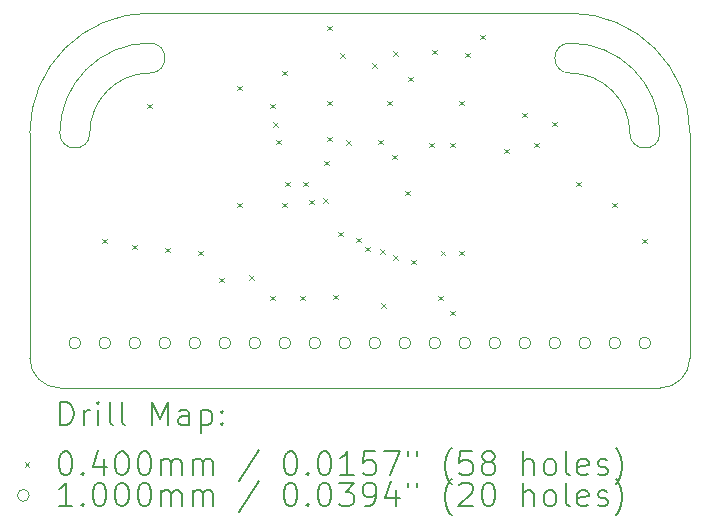
<source format=gbr>
%TF.GenerationSoftware,KiCad,Pcbnew,7.0.9*%
%TF.CreationDate,2023-12-24T17:35:53+01:00*%
%TF.ProjectId,Fusebit Doctor TQFP32 adapter,46757365-6269-4742-9044-6f63746f7220,V1.0*%
%TF.SameCoordinates,Original*%
%TF.FileFunction,Drillmap*%
%TF.FilePolarity,Positive*%
%FSLAX45Y45*%
G04 Gerber Fmt 4.5, Leading zero omitted, Abs format (unit mm)*
G04 Created by KiCad (PCBNEW 7.0.9) date 2023-12-24 17:35:53*
%MOMM*%
%LPD*%
G01*
G04 APERTURE LIST*
%ADD10C,0.100000*%
%ADD11C,0.200000*%
G04 APERTURE END LIST*
D10*
X2286000Y0D02*
G75*
G03*
X1778000Y508000I-508000J0D01*
G01*
X2540000Y0D02*
G75*
G03*
X1778000Y762000I-762000J0D01*
G01*
X1778000Y762000D02*
G75*
G03*
X1778000Y508000I0J-127000D01*
G01*
X2286000Y0D02*
G75*
G03*
X2540000Y0I127000J0D01*
G01*
X-2540000Y0D02*
G75*
G03*
X-2286000Y0I127000J0D01*
G01*
X-1778000Y508000D02*
G75*
G03*
X-1778000Y762000I0J127000D01*
G01*
X-1778000Y508000D02*
G75*
G03*
X-2286000Y0I0J-508000D01*
G01*
X-1778000Y762000D02*
G75*
G03*
X-2540000Y0I0J-762000D01*
G01*
X2794000Y0D02*
X2794000Y-1905000D01*
X2794000Y0D02*
G75*
G03*
X1778000Y1016000I-1016000J0D01*
G01*
X-2794000Y-1905000D02*
G75*
G03*
X-2540000Y-2159000I254000J0D01*
G01*
X2540000Y-2159000D02*
X-2540000Y-2159000D01*
X2540000Y-2159000D02*
G75*
G03*
X2794000Y-1905000I0J254000D01*
G01*
X-1778000Y1016000D02*
X1778000Y1016000D01*
X-2794000Y-1905000D02*
X-2794000Y0D01*
X-1778000Y1016000D02*
G75*
G03*
X-2794000Y0I0J-1016000D01*
G01*
D11*
D10*
X-2179000Y-894400D02*
X-2139000Y-934400D01*
X-2139000Y-894400D02*
X-2179000Y-934400D01*
X-1925000Y-945200D02*
X-1885000Y-985200D01*
X-1885000Y-945200D02*
X-1925000Y-985200D01*
X-1798000Y248600D02*
X-1758000Y208600D01*
X-1758000Y248600D02*
X-1798000Y208600D01*
X-1645600Y-970600D02*
X-1605600Y-1010600D01*
X-1605600Y-970600D02*
X-1645600Y-1010600D01*
X-1366200Y-996000D02*
X-1326200Y-1036000D01*
X-1326200Y-996000D02*
X-1366200Y-1036000D01*
X-1188400Y-1224600D02*
X-1148400Y-1264600D01*
X-1148400Y-1224600D02*
X-1188400Y-1264600D01*
X-1036000Y401000D02*
X-996000Y361000D01*
X-996000Y401000D02*
X-1036000Y361000D01*
X-1036000Y-589600D02*
X-996000Y-629600D01*
X-996000Y-589600D02*
X-1036000Y-629600D01*
X-934400Y-1202000D02*
X-894400Y-1242000D01*
X-894400Y-1202000D02*
X-934400Y-1242000D01*
X-756600Y248600D02*
X-716600Y208600D01*
X-716600Y248600D02*
X-756600Y208600D01*
X-756600Y-1377000D02*
X-716600Y-1417000D01*
X-716600Y-1377000D02*
X-756600Y-1417000D01*
X-733311Y89864D02*
X-693312Y49864D01*
X-693312Y89864D02*
X-733311Y49864D01*
X-705800Y-56200D02*
X-665800Y-96200D01*
X-665800Y-56200D02*
X-705800Y-96200D01*
X-655000Y528000D02*
X-615000Y488000D01*
X-615000Y528000D02*
X-655000Y488000D01*
X-655000Y-589600D02*
X-615000Y-629600D01*
X-615000Y-589600D02*
X-655000Y-629600D01*
X-629600Y-411800D02*
X-589600Y-451800D01*
X-589600Y-411800D02*
X-629600Y-451800D01*
X-502600Y-1377000D02*
X-462600Y-1417000D01*
X-462600Y-1377000D02*
X-502600Y-1417000D01*
X-477200Y-411800D02*
X-437200Y-451800D01*
X-437200Y-411800D02*
X-477200Y-451800D01*
X-426400Y-564200D02*
X-386400Y-604200D01*
X-386400Y-564200D02*
X-426400Y-604200D01*
X-310118Y-553482D02*
X-270118Y-593482D01*
X-270118Y-553482D02*
X-310118Y-593482D01*
X-299400Y-234000D02*
X-259400Y-274000D01*
X-259400Y-234000D02*
X-299400Y-274000D01*
X-274000Y909000D02*
X-234000Y869000D01*
X-234000Y909000D02*
X-274000Y869000D01*
X-274000Y274000D02*
X-234000Y234000D01*
X-234000Y274000D02*
X-274000Y234000D01*
X-274000Y-30800D02*
X-234000Y-70800D01*
X-234000Y-30800D02*
X-274000Y-70800D01*
X-223200Y-1369219D02*
X-183200Y-1409219D01*
X-183200Y-1369219D02*
X-223200Y-1409219D01*
X-182221Y-833600D02*
X-142221Y-873600D01*
X-142221Y-833600D02*
X-182221Y-873600D01*
X-168829Y676829D02*
X-128829Y636829D01*
X-128829Y676829D02*
X-168829Y636829D01*
X-115250Y-62550D02*
X-75250Y-102550D01*
X-75250Y-62550D02*
X-115250Y-102550D01*
X-28479Y-885246D02*
X11520Y-925246D01*
X11520Y-885246D02*
X-28479Y-925246D01*
X43597Y-961600D02*
X83597Y-1001600D01*
X83597Y-961600D02*
X43597Y-1001600D01*
X107000Y591204D02*
X147000Y551204D01*
X147000Y591204D02*
X107000Y551204D01*
X157800Y-56200D02*
X197800Y-96200D01*
X197800Y-56200D02*
X157800Y-96200D01*
X172400Y-981346D02*
X212400Y-1021346D01*
X212400Y-981346D02*
X172400Y-1021346D01*
X183200Y-1442400D02*
X223200Y-1482400D01*
X223200Y-1442400D02*
X183200Y-1482400D01*
X234000Y274000D02*
X274000Y234000D01*
X274000Y274000D02*
X234000Y234000D01*
X272100Y-183200D02*
X312100Y-223200D01*
X312100Y-183200D02*
X272100Y-223200D01*
X284800Y695000D02*
X324800Y655000D01*
X324800Y695000D02*
X284800Y655000D01*
X284800Y-1035000D02*
X324800Y-1075000D01*
X324800Y-1035000D02*
X284800Y-1075000D01*
X386400Y-488000D02*
X426400Y-528000D01*
X426400Y-488000D02*
X386400Y-528000D01*
X411800Y477200D02*
X451800Y437200D01*
X451800Y477200D02*
X411800Y437200D01*
X437200Y-1072200D02*
X477200Y-1112200D01*
X477200Y-1072200D02*
X437200Y-1112200D01*
X589600Y-81600D02*
X629600Y-121600D01*
X629600Y-81600D02*
X589600Y-121600D01*
X615000Y705800D02*
X655000Y665800D01*
X655000Y705800D02*
X615000Y665800D01*
X665799Y-1377000D02*
X705799Y-1417000D01*
X705799Y-1377000D02*
X665799Y-1417000D01*
X684865Y-996000D02*
X724864Y-1036000D01*
X724864Y-996000D02*
X684865Y-1036000D01*
X767400Y-81600D02*
X807400Y-121600D01*
X807400Y-81600D02*
X767400Y-121600D01*
X767400Y-1504000D02*
X807400Y-1544000D01*
X807400Y-1504000D02*
X767400Y-1544000D01*
X843600Y274000D02*
X883600Y234000D01*
X883600Y274000D02*
X843600Y234000D01*
X843600Y-996000D02*
X883600Y-1036000D01*
X883600Y-996000D02*
X843600Y-1036000D01*
X894400Y680400D02*
X934400Y640400D01*
X934400Y680400D02*
X894400Y640400D01*
X1021400Y832800D02*
X1061400Y792800D01*
X1061400Y832800D02*
X1021400Y792800D01*
X1224600Y-132400D02*
X1264600Y-172400D01*
X1264600Y-132400D02*
X1224600Y-172400D01*
X1377000Y172400D02*
X1417000Y132400D01*
X1417000Y172400D02*
X1377000Y132400D01*
X1478600Y-81600D02*
X1518600Y-121600D01*
X1518600Y-81600D02*
X1478600Y-121600D01*
X1631000Y96200D02*
X1671000Y56200D01*
X1671000Y96200D02*
X1631000Y56200D01*
X1834200Y-411800D02*
X1874200Y-451800D01*
X1874200Y-411800D02*
X1834200Y-451800D01*
X2139000Y-589600D02*
X2179000Y-629600D01*
X2179000Y-589600D02*
X2139000Y-629600D01*
X2393000Y-894401D02*
X2433000Y-934401D01*
X2433000Y-894401D02*
X2393000Y-934401D01*
X-2363000Y-1778000D02*
G75*
G03*
X-2363000Y-1778000I-50000J0D01*
G01*
X-2109000Y-1778000D02*
G75*
G03*
X-2109000Y-1778000I-50000J0D01*
G01*
X-1855000Y-1778000D02*
G75*
G03*
X-1855000Y-1778000I-50000J0D01*
G01*
X-1601000Y-1778000D02*
G75*
G03*
X-1601000Y-1778000I-50000J0D01*
G01*
X-1347000Y-1778000D02*
G75*
G03*
X-1347000Y-1778000I-50000J0D01*
G01*
X-1093000Y-1778000D02*
G75*
G03*
X-1093000Y-1778000I-50000J0D01*
G01*
X-839000Y-1778000D02*
G75*
G03*
X-839000Y-1778000I-50000J0D01*
G01*
X-585000Y-1778000D02*
G75*
G03*
X-585000Y-1778000I-50000J0D01*
G01*
X-331000Y-1778000D02*
G75*
G03*
X-331000Y-1778000I-50000J0D01*
G01*
X-77000Y-1778000D02*
G75*
G03*
X-77000Y-1778000I-50000J0D01*
G01*
X177000Y-1778000D02*
G75*
G03*
X177000Y-1778000I-50000J0D01*
G01*
X431000Y-1778000D02*
G75*
G03*
X431000Y-1778000I-50000J0D01*
G01*
X685000Y-1778000D02*
G75*
G03*
X685000Y-1778000I-50000J0D01*
G01*
X939000Y-1778000D02*
G75*
G03*
X939000Y-1778000I-50000J0D01*
G01*
X1193000Y-1778000D02*
G75*
G03*
X1193000Y-1778000I-50000J0D01*
G01*
X1447000Y-1778000D02*
G75*
G03*
X1447000Y-1778000I-50000J0D01*
G01*
X1701000Y-1778000D02*
G75*
G03*
X1701000Y-1778000I-50000J0D01*
G01*
X1955000Y-1778000D02*
G75*
G03*
X1955000Y-1778000I-50000J0D01*
G01*
X2209000Y-1778000D02*
G75*
G03*
X2209000Y-1778000I-50000J0D01*
G01*
X2463000Y-1778000D02*
G75*
G03*
X2463000Y-1778000I-50000J0D01*
G01*
D11*
X-2538223Y-2475484D02*
X-2538223Y-2275484D01*
X-2538223Y-2275484D02*
X-2490604Y-2275484D01*
X-2490604Y-2275484D02*
X-2462033Y-2285008D01*
X-2462033Y-2285008D02*
X-2442985Y-2304055D01*
X-2442985Y-2304055D02*
X-2433461Y-2323103D01*
X-2433461Y-2323103D02*
X-2423937Y-2361198D01*
X-2423937Y-2361198D02*
X-2423937Y-2389770D01*
X-2423937Y-2389770D02*
X-2433461Y-2427865D01*
X-2433461Y-2427865D02*
X-2442985Y-2446912D01*
X-2442985Y-2446912D02*
X-2462033Y-2465960D01*
X-2462033Y-2465960D02*
X-2490604Y-2475484D01*
X-2490604Y-2475484D02*
X-2538223Y-2475484D01*
X-2338223Y-2475484D02*
X-2338223Y-2342150D01*
X-2338223Y-2380246D02*
X-2328699Y-2361198D01*
X-2328699Y-2361198D02*
X-2319176Y-2351674D01*
X-2319176Y-2351674D02*
X-2300128Y-2342150D01*
X-2300128Y-2342150D02*
X-2281080Y-2342150D01*
X-2214414Y-2475484D02*
X-2214414Y-2342150D01*
X-2214414Y-2275484D02*
X-2223937Y-2285008D01*
X-2223937Y-2285008D02*
X-2214414Y-2294531D01*
X-2214414Y-2294531D02*
X-2204890Y-2285008D01*
X-2204890Y-2285008D02*
X-2214414Y-2275484D01*
X-2214414Y-2275484D02*
X-2214414Y-2294531D01*
X-2090604Y-2475484D02*
X-2109652Y-2465960D01*
X-2109652Y-2465960D02*
X-2119176Y-2446912D01*
X-2119176Y-2446912D02*
X-2119176Y-2275484D01*
X-1985842Y-2475484D02*
X-2004890Y-2465960D01*
X-2004890Y-2465960D02*
X-2014414Y-2446912D01*
X-2014414Y-2446912D02*
X-2014414Y-2275484D01*
X-1757271Y-2475484D02*
X-1757271Y-2275484D01*
X-1757271Y-2275484D02*
X-1690604Y-2418341D01*
X-1690604Y-2418341D02*
X-1623937Y-2275484D01*
X-1623937Y-2275484D02*
X-1623937Y-2475484D01*
X-1442985Y-2475484D02*
X-1442985Y-2370722D01*
X-1442985Y-2370722D02*
X-1452509Y-2351674D01*
X-1452509Y-2351674D02*
X-1471556Y-2342150D01*
X-1471556Y-2342150D02*
X-1509652Y-2342150D01*
X-1509652Y-2342150D02*
X-1528699Y-2351674D01*
X-1442985Y-2465960D02*
X-1462033Y-2475484D01*
X-1462033Y-2475484D02*
X-1509652Y-2475484D01*
X-1509652Y-2475484D02*
X-1528699Y-2465960D01*
X-1528699Y-2465960D02*
X-1538223Y-2446912D01*
X-1538223Y-2446912D02*
X-1538223Y-2427865D01*
X-1538223Y-2427865D02*
X-1528699Y-2408817D01*
X-1528699Y-2408817D02*
X-1509652Y-2399293D01*
X-1509652Y-2399293D02*
X-1462033Y-2399293D01*
X-1462033Y-2399293D02*
X-1442985Y-2389770D01*
X-1347747Y-2342150D02*
X-1347747Y-2542150D01*
X-1347747Y-2351674D02*
X-1328699Y-2342150D01*
X-1328699Y-2342150D02*
X-1290604Y-2342150D01*
X-1290604Y-2342150D02*
X-1271556Y-2351674D01*
X-1271556Y-2351674D02*
X-1262033Y-2361198D01*
X-1262033Y-2361198D02*
X-1252509Y-2380246D01*
X-1252509Y-2380246D02*
X-1252509Y-2437389D01*
X-1252509Y-2437389D02*
X-1262033Y-2456436D01*
X-1262033Y-2456436D02*
X-1271556Y-2465960D01*
X-1271556Y-2465960D02*
X-1290604Y-2475484D01*
X-1290604Y-2475484D02*
X-1328699Y-2475484D01*
X-1328699Y-2475484D02*
X-1347747Y-2465960D01*
X-1166795Y-2456436D02*
X-1157271Y-2465960D01*
X-1157271Y-2465960D02*
X-1166795Y-2475484D01*
X-1166795Y-2475484D02*
X-1176318Y-2465960D01*
X-1176318Y-2465960D02*
X-1166795Y-2456436D01*
X-1166795Y-2456436D02*
X-1166795Y-2475484D01*
X-1166795Y-2351674D02*
X-1157271Y-2361198D01*
X-1157271Y-2361198D02*
X-1166795Y-2370722D01*
X-1166795Y-2370722D02*
X-1176318Y-2361198D01*
X-1176318Y-2361198D02*
X-1166795Y-2351674D01*
X-1166795Y-2351674D02*
X-1166795Y-2370722D01*
D10*
X-2839000Y-2784000D02*
X-2799000Y-2824000D01*
X-2799000Y-2784000D02*
X-2839000Y-2824000D01*
D11*
X-2500128Y-2695484D02*
X-2481080Y-2695484D01*
X-2481080Y-2695484D02*
X-2462033Y-2705008D01*
X-2462033Y-2705008D02*
X-2452509Y-2714531D01*
X-2452509Y-2714531D02*
X-2442985Y-2733579D01*
X-2442985Y-2733579D02*
X-2433461Y-2771674D01*
X-2433461Y-2771674D02*
X-2433461Y-2819293D01*
X-2433461Y-2819293D02*
X-2442985Y-2857388D01*
X-2442985Y-2857388D02*
X-2452509Y-2876436D01*
X-2452509Y-2876436D02*
X-2462033Y-2885960D01*
X-2462033Y-2885960D02*
X-2481080Y-2895484D01*
X-2481080Y-2895484D02*
X-2500128Y-2895484D01*
X-2500128Y-2895484D02*
X-2519176Y-2885960D01*
X-2519176Y-2885960D02*
X-2528699Y-2876436D01*
X-2528699Y-2876436D02*
X-2538223Y-2857388D01*
X-2538223Y-2857388D02*
X-2547747Y-2819293D01*
X-2547747Y-2819293D02*
X-2547747Y-2771674D01*
X-2547747Y-2771674D02*
X-2538223Y-2733579D01*
X-2538223Y-2733579D02*
X-2528699Y-2714531D01*
X-2528699Y-2714531D02*
X-2519176Y-2705008D01*
X-2519176Y-2705008D02*
X-2500128Y-2695484D01*
X-2347747Y-2876436D02*
X-2338223Y-2885960D01*
X-2338223Y-2885960D02*
X-2347747Y-2895484D01*
X-2347747Y-2895484D02*
X-2357271Y-2885960D01*
X-2357271Y-2885960D02*
X-2347747Y-2876436D01*
X-2347747Y-2876436D02*
X-2347747Y-2895484D01*
X-2166795Y-2762150D02*
X-2166795Y-2895484D01*
X-2214414Y-2685960D02*
X-2262033Y-2828817D01*
X-2262033Y-2828817D02*
X-2138223Y-2828817D01*
X-2023937Y-2695484D02*
X-2004890Y-2695484D01*
X-2004890Y-2695484D02*
X-1985842Y-2705008D01*
X-1985842Y-2705008D02*
X-1976318Y-2714531D01*
X-1976318Y-2714531D02*
X-1966794Y-2733579D01*
X-1966794Y-2733579D02*
X-1957271Y-2771674D01*
X-1957271Y-2771674D02*
X-1957271Y-2819293D01*
X-1957271Y-2819293D02*
X-1966794Y-2857388D01*
X-1966794Y-2857388D02*
X-1976318Y-2876436D01*
X-1976318Y-2876436D02*
X-1985842Y-2885960D01*
X-1985842Y-2885960D02*
X-2004890Y-2895484D01*
X-2004890Y-2895484D02*
X-2023937Y-2895484D01*
X-2023937Y-2895484D02*
X-2042985Y-2885960D01*
X-2042985Y-2885960D02*
X-2052509Y-2876436D01*
X-2052509Y-2876436D02*
X-2062033Y-2857388D01*
X-2062033Y-2857388D02*
X-2071556Y-2819293D01*
X-2071556Y-2819293D02*
X-2071556Y-2771674D01*
X-2071556Y-2771674D02*
X-2062033Y-2733579D01*
X-2062033Y-2733579D02*
X-2052509Y-2714531D01*
X-2052509Y-2714531D02*
X-2042985Y-2705008D01*
X-2042985Y-2705008D02*
X-2023937Y-2695484D01*
X-1833461Y-2695484D02*
X-1814413Y-2695484D01*
X-1814413Y-2695484D02*
X-1795366Y-2705008D01*
X-1795366Y-2705008D02*
X-1785842Y-2714531D01*
X-1785842Y-2714531D02*
X-1776318Y-2733579D01*
X-1776318Y-2733579D02*
X-1766794Y-2771674D01*
X-1766794Y-2771674D02*
X-1766794Y-2819293D01*
X-1766794Y-2819293D02*
X-1776318Y-2857388D01*
X-1776318Y-2857388D02*
X-1785842Y-2876436D01*
X-1785842Y-2876436D02*
X-1795366Y-2885960D01*
X-1795366Y-2885960D02*
X-1814413Y-2895484D01*
X-1814413Y-2895484D02*
X-1833461Y-2895484D01*
X-1833461Y-2895484D02*
X-1852509Y-2885960D01*
X-1852509Y-2885960D02*
X-1862033Y-2876436D01*
X-1862033Y-2876436D02*
X-1871556Y-2857388D01*
X-1871556Y-2857388D02*
X-1881080Y-2819293D01*
X-1881080Y-2819293D02*
X-1881080Y-2771674D01*
X-1881080Y-2771674D02*
X-1871556Y-2733579D01*
X-1871556Y-2733579D02*
X-1862033Y-2714531D01*
X-1862033Y-2714531D02*
X-1852509Y-2705008D01*
X-1852509Y-2705008D02*
X-1833461Y-2695484D01*
X-1681080Y-2895484D02*
X-1681080Y-2762150D01*
X-1681080Y-2781198D02*
X-1671556Y-2771674D01*
X-1671556Y-2771674D02*
X-1652509Y-2762150D01*
X-1652509Y-2762150D02*
X-1623937Y-2762150D01*
X-1623937Y-2762150D02*
X-1604890Y-2771674D01*
X-1604890Y-2771674D02*
X-1595366Y-2790722D01*
X-1595366Y-2790722D02*
X-1595366Y-2895484D01*
X-1595366Y-2790722D02*
X-1585842Y-2771674D01*
X-1585842Y-2771674D02*
X-1566794Y-2762150D01*
X-1566794Y-2762150D02*
X-1538223Y-2762150D01*
X-1538223Y-2762150D02*
X-1519175Y-2771674D01*
X-1519175Y-2771674D02*
X-1509652Y-2790722D01*
X-1509652Y-2790722D02*
X-1509652Y-2895484D01*
X-1414413Y-2895484D02*
X-1414413Y-2762150D01*
X-1414413Y-2781198D02*
X-1404890Y-2771674D01*
X-1404890Y-2771674D02*
X-1385842Y-2762150D01*
X-1385842Y-2762150D02*
X-1357271Y-2762150D01*
X-1357271Y-2762150D02*
X-1338223Y-2771674D01*
X-1338223Y-2771674D02*
X-1328699Y-2790722D01*
X-1328699Y-2790722D02*
X-1328699Y-2895484D01*
X-1328699Y-2790722D02*
X-1319175Y-2771674D01*
X-1319175Y-2771674D02*
X-1300128Y-2762150D01*
X-1300128Y-2762150D02*
X-1271556Y-2762150D01*
X-1271556Y-2762150D02*
X-1252509Y-2771674D01*
X-1252509Y-2771674D02*
X-1242985Y-2790722D01*
X-1242985Y-2790722D02*
X-1242985Y-2895484D01*
X-852509Y-2685960D02*
X-1023937Y-2943103D01*
X-595366Y-2695484D02*
X-576318Y-2695484D01*
X-576318Y-2695484D02*
X-557271Y-2705008D01*
X-557271Y-2705008D02*
X-547747Y-2714531D01*
X-547747Y-2714531D02*
X-538223Y-2733579D01*
X-538223Y-2733579D02*
X-528699Y-2771674D01*
X-528699Y-2771674D02*
X-528699Y-2819293D01*
X-528699Y-2819293D02*
X-538223Y-2857388D01*
X-538223Y-2857388D02*
X-547747Y-2876436D01*
X-547747Y-2876436D02*
X-557271Y-2885960D01*
X-557271Y-2885960D02*
X-576318Y-2895484D01*
X-576318Y-2895484D02*
X-595366Y-2895484D01*
X-595366Y-2895484D02*
X-614413Y-2885960D01*
X-614413Y-2885960D02*
X-623937Y-2876436D01*
X-623937Y-2876436D02*
X-633461Y-2857388D01*
X-633461Y-2857388D02*
X-642985Y-2819293D01*
X-642985Y-2819293D02*
X-642985Y-2771674D01*
X-642985Y-2771674D02*
X-633461Y-2733579D01*
X-633461Y-2733579D02*
X-623937Y-2714531D01*
X-623937Y-2714531D02*
X-614413Y-2705008D01*
X-614413Y-2705008D02*
X-595366Y-2695484D01*
X-442985Y-2876436D02*
X-433461Y-2885960D01*
X-433461Y-2885960D02*
X-442985Y-2895484D01*
X-442985Y-2895484D02*
X-452509Y-2885960D01*
X-452509Y-2885960D02*
X-442985Y-2876436D01*
X-442985Y-2876436D02*
X-442985Y-2895484D01*
X-309652Y-2695484D02*
X-290604Y-2695484D01*
X-290604Y-2695484D02*
X-271556Y-2705008D01*
X-271556Y-2705008D02*
X-262032Y-2714531D01*
X-262032Y-2714531D02*
X-252509Y-2733579D01*
X-252509Y-2733579D02*
X-242985Y-2771674D01*
X-242985Y-2771674D02*
X-242985Y-2819293D01*
X-242985Y-2819293D02*
X-252509Y-2857388D01*
X-252509Y-2857388D02*
X-262032Y-2876436D01*
X-262032Y-2876436D02*
X-271556Y-2885960D01*
X-271556Y-2885960D02*
X-290604Y-2895484D01*
X-290604Y-2895484D02*
X-309652Y-2895484D01*
X-309652Y-2895484D02*
X-328699Y-2885960D01*
X-328699Y-2885960D02*
X-338223Y-2876436D01*
X-338223Y-2876436D02*
X-347747Y-2857388D01*
X-347747Y-2857388D02*
X-357270Y-2819293D01*
X-357270Y-2819293D02*
X-357270Y-2771674D01*
X-357270Y-2771674D02*
X-347747Y-2733579D01*
X-347747Y-2733579D02*
X-338223Y-2714531D01*
X-338223Y-2714531D02*
X-328699Y-2705008D01*
X-328699Y-2705008D02*
X-309652Y-2695484D01*
X-52509Y-2895484D02*
X-166794Y-2895484D01*
X-109651Y-2895484D02*
X-109651Y-2695484D01*
X-109651Y-2695484D02*
X-128699Y-2724055D01*
X-128699Y-2724055D02*
X-147747Y-2743103D01*
X-147747Y-2743103D02*
X-166794Y-2752627D01*
X128444Y-2695484D02*
X33206Y-2695484D01*
X33206Y-2695484D02*
X23682Y-2790722D01*
X23682Y-2790722D02*
X33206Y-2781198D01*
X33206Y-2781198D02*
X52253Y-2771674D01*
X52253Y-2771674D02*
X99872Y-2771674D01*
X99872Y-2771674D02*
X118920Y-2781198D01*
X118920Y-2781198D02*
X128444Y-2790722D01*
X128444Y-2790722D02*
X137968Y-2809769D01*
X137968Y-2809769D02*
X137968Y-2857388D01*
X137968Y-2857388D02*
X128444Y-2876436D01*
X128444Y-2876436D02*
X118920Y-2885960D01*
X118920Y-2885960D02*
X99872Y-2895484D01*
X99872Y-2895484D02*
X52253Y-2895484D01*
X52253Y-2895484D02*
X33206Y-2885960D01*
X33206Y-2885960D02*
X23682Y-2876436D01*
X204634Y-2695484D02*
X337968Y-2695484D01*
X337968Y-2695484D02*
X252253Y-2895484D01*
X404634Y-2695484D02*
X404634Y-2733579D01*
X480825Y-2695484D02*
X480825Y-2733579D01*
X776063Y-2971674D02*
X766539Y-2962150D01*
X766539Y-2962150D02*
X747491Y-2933579D01*
X747491Y-2933579D02*
X737968Y-2914531D01*
X737968Y-2914531D02*
X728444Y-2885960D01*
X728444Y-2885960D02*
X718920Y-2838341D01*
X718920Y-2838341D02*
X718920Y-2800246D01*
X718920Y-2800246D02*
X728444Y-2752627D01*
X728444Y-2752627D02*
X737968Y-2724055D01*
X737968Y-2724055D02*
X747491Y-2705008D01*
X747491Y-2705008D02*
X766539Y-2676436D01*
X766539Y-2676436D02*
X776063Y-2666912D01*
X947491Y-2695484D02*
X852253Y-2695484D01*
X852253Y-2695484D02*
X842729Y-2790722D01*
X842729Y-2790722D02*
X852253Y-2781198D01*
X852253Y-2781198D02*
X871301Y-2771674D01*
X871301Y-2771674D02*
X918920Y-2771674D01*
X918920Y-2771674D02*
X937968Y-2781198D01*
X937968Y-2781198D02*
X947491Y-2790722D01*
X947491Y-2790722D02*
X957015Y-2809769D01*
X957015Y-2809769D02*
X957015Y-2857388D01*
X957015Y-2857388D02*
X947491Y-2876436D01*
X947491Y-2876436D02*
X937968Y-2885960D01*
X937968Y-2885960D02*
X918920Y-2895484D01*
X918920Y-2895484D02*
X871301Y-2895484D01*
X871301Y-2895484D02*
X852253Y-2885960D01*
X852253Y-2885960D02*
X842729Y-2876436D01*
X1071301Y-2781198D02*
X1052253Y-2771674D01*
X1052253Y-2771674D02*
X1042729Y-2762150D01*
X1042729Y-2762150D02*
X1033206Y-2743103D01*
X1033206Y-2743103D02*
X1033206Y-2733579D01*
X1033206Y-2733579D02*
X1042729Y-2714531D01*
X1042729Y-2714531D02*
X1052253Y-2705008D01*
X1052253Y-2705008D02*
X1071301Y-2695484D01*
X1071301Y-2695484D02*
X1109396Y-2695484D01*
X1109396Y-2695484D02*
X1128444Y-2705008D01*
X1128444Y-2705008D02*
X1137968Y-2714531D01*
X1137968Y-2714531D02*
X1147491Y-2733579D01*
X1147491Y-2733579D02*
X1147491Y-2743103D01*
X1147491Y-2743103D02*
X1137968Y-2762150D01*
X1137968Y-2762150D02*
X1128444Y-2771674D01*
X1128444Y-2771674D02*
X1109396Y-2781198D01*
X1109396Y-2781198D02*
X1071301Y-2781198D01*
X1071301Y-2781198D02*
X1052253Y-2790722D01*
X1052253Y-2790722D02*
X1042729Y-2800246D01*
X1042729Y-2800246D02*
X1033206Y-2819293D01*
X1033206Y-2819293D02*
X1033206Y-2857388D01*
X1033206Y-2857388D02*
X1042729Y-2876436D01*
X1042729Y-2876436D02*
X1052253Y-2885960D01*
X1052253Y-2885960D02*
X1071301Y-2895484D01*
X1071301Y-2895484D02*
X1109396Y-2895484D01*
X1109396Y-2895484D02*
X1128444Y-2885960D01*
X1128444Y-2885960D02*
X1137968Y-2876436D01*
X1137968Y-2876436D02*
X1147491Y-2857388D01*
X1147491Y-2857388D02*
X1147491Y-2819293D01*
X1147491Y-2819293D02*
X1137968Y-2800246D01*
X1137968Y-2800246D02*
X1128444Y-2790722D01*
X1128444Y-2790722D02*
X1109396Y-2781198D01*
X1385587Y-2895484D02*
X1385587Y-2695484D01*
X1471301Y-2895484D02*
X1471301Y-2790722D01*
X1471301Y-2790722D02*
X1461777Y-2771674D01*
X1461777Y-2771674D02*
X1442730Y-2762150D01*
X1442730Y-2762150D02*
X1414158Y-2762150D01*
X1414158Y-2762150D02*
X1395111Y-2771674D01*
X1395111Y-2771674D02*
X1385587Y-2781198D01*
X1595110Y-2895484D02*
X1576063Y-2885960D01*
X1576063Y-2885960D02*
X1566539Y-2876436D01*
X1566539Y-2876436D02*
X1557015Y-2857388D01*
X1557015Y-2857388D02*
X1557015Y-2800246D01*
X1557015Y-2800246D02*
X1566539Y-2781198D01*
X1566539Y-2781198D02*
X1576063Y-2771674D01*
X1576063Y-2771674D02*
X1595110Y-2762150D01*
X1595110Y-2762150D02*
X1623682Y-2762150D01*
X1623682Y-2762150D02*
X1642730Y-2771674D01*
X1642730Y-2771674D02*
X1652253Y-2781198D01*
X1652253Y-2781198D02*
X1661777Y-2800246D01*
X1661777Y-2800246D02*
X1661777Y-2857388D01*
X1661777Y-2857388D02*
X1652253Y-2876436D01*
X1652253Y-2876436D02*
X1642730Y-2885960D01*
X1642730Y-2885960D02*
X1623682Y-2895484D01*
X1623682Y-2895484D02*
X1595110Y-2895484D01*
X1776063Y-2895484D02*
X1757015Y-2885960D01*
X1757015Y-2885960D02*
X1747491Y-2866912D01*
X1747491Y-2866912D02*
X1747491Y-2695484D01*
X1928444Y-2885960D02*
X1909396Y-2895484D01*
X1909396Y-2895484D02*
X1871301Y-2895484D01*
X1871301Y-2895484D02*
X1852253Y-2885960D01*
X1852253Y-2885960D02*
X1842730Y-2866912D01*
X1842730Y-2866912D02*
X1842730Y-2790722D01*
X1842730Y-2790722D02*
X1852253Y-2771674D01*
X1852253Y-2771674D02*
X1871301Y-2762150D01*
X1871301Y-2762150D02*
X1909396Y-2762150D01*
X1909396Y-2762150D02*
X1928444Y-2771674D01*
X1928444Y-2771674D02*
X1937968Y-2790722D01*
X1937968Y-2790722D02*
X1937968Y-2809769D01*
X1937968Y-2809769D02*
X1842730Y-2828817D01*
X2014158Y-2885960D02*
X2033206Y-2895484D01*
X2033206Y-2895484D02*
X2071301Y-2895484D01*
X2071301Y-2895484D02*
X2090349Y-2885960D01*
X2090349Y-2885960D02*
X2099873Y-2866912D01*
X2099873Y-2866912D02*
X2099873Y-2857388D01*
X2099873Y-2857388D02*
X2090349Y-2838341D01*
X2090349Y-2838341D02*
X2071301Y-2828817D01*
X2071301Y-2828817D02*
X2042730Y-2828817D01*
X2042730Y-2828817D02*
X2023682Y-2819293D01*
X2023682Y-2819293D02*
X2014158Y-2800246D01*
X2014158Y-2800246D02*
X2014158Y-2790722D01*
X2014158Y-2790722D02*
X2023682Y-2771674D01*
X2023682Y-2771674D02*
X2042730Y-2762150D01*
X2042730Y-2762150D02*
X2071301Y-2762150D01*
X2071301Y-2762150D02*
X2090349Y-2771674D01*
X2166539Y-2971674D02*
X2176063Y-2962150D01*
X2176063Y-2962150D02*
X2195111Y-2933579D01*
X2195111Y-2933579D02*
X2204634Y-2914531D01*
X2204634Y-2914531D02*
X2214158Y-2885960D01*
X2214158Y-2885960D02*
X2223682Y-2838341D01*
X2223682Y-2838341D02*
X2223682Y-2800246D01*
X2223682Y-2800246D02*
X2214158Y-2752627D01*
X2214158Y-2752627D02*
X2204634Y-2724055D01*
X2204634Y-2724055D02*
X2195111Y-2705008D01*
X2195111Y-2705008D02*
X2176063Y-2676436D01*
X2176063Y-2676436D02*
X2166539Y-2666912D01*
D10*
X-2799000Y-3068000D02*
G75*
G03*
X-2799000Y-3068000I-50000J0D01*
G01*
D11*
X-2433461Y-3159484D02*
X-2547747Y-3159484D01*
X-2490604Y-3159484D02*
X-2490604Y-2959484D01*
X-2490604Y-2959484D02*
X-2509652Y-2988055D01*
X-2509652Y-2988055D02*
X-2528699Y-3007103D01*
X-2528699Y-3007103D02*
X-2547747Y-3016627D01*
X-2347747Y-3140436D02*
X-2338223Y-3149960D01*
X-2338223Y-3149960D02*
X-2347747Y-3159484D01*
X-2347747Y-3159484D02*
X-2357271Y-3149960D01*
X-2357271Y-3149960D02*
X-2347747Y-3140436D01*
X-2347747Y-3140436D02*
X-2347747Y-3159484D01*
X-2214414Y-2959484D02*
X-2195366Y-2959484D01*
X-2195366Y-2959484D02*
X-2176318Y-2969008D01*
X-2176318Y-2969008D02*
X-2166795Y-2978531D01*
X-2166795Y-2978531D02*
X-2157271Y-2997579D01*
X-2157271Y-2997579D02*
X-2147747Y-3035674D01*
X-2147747Y-3035674D02*
X-2147747Y-3083293D01*
X-2147747Y-3083293D02*
X-2157271Y-3121388D01*
X-2157271Y-3121388D02*
X-2166795Y-3140436D01*
X-2166795Y-3140436D02*
X-2176318Y-3149960D01*
X-2176318Y-3149960D02*
X-2195366Y-3159484D01*
X-2195366Y-3159484D02*
X-2214414Y-3159484D01*
X-2214414Y-3159484D02*
X-2233461Y-3149960D01*
X-2233461Y-3149960D02*
X-2242985Y-3140436D01*
X-2242985Y-3140436D02*
X-2252509Y-3121388D01*
X-2252509Y-3121388D02*
X-2262033Y-3083293D01*
X-2262033Y-3083293D02*
X-2262033Y-3035674D01*
X-2262033Y-3035674D02*
X-2252509Y-2997579D01*
X-2252509Y-2997579D02*
X-2242985Y-2978531D01*
X-2242985Y-2978531D02*
X-2233461Y-2969008D01*
X-2233461Y-2969008D02*
X-2214414Y-2959484D01*
X-2023937Y-2959484D02*
X-2004890Y-2959484D01*
X-2004890Y-2959484D02*
X-1985842Y-2969008D01*
X-1985842Y-2969008D02*
X-1976318Y-2978531D01*
X-1976318Y-2978531D02*
X-1966794Y-2997579D01*
X-1966794Y-2997579D02*
X-1957271Y-3035674D01*
X-1957271Y-3035674D02*
X-1957271Y-3083293D01*
X-1957271Y-3083293D02*
X-1966794Y-3121388D01*
X-1966794Y-3121388D02*
X-1976318Y-3140436D01*
X-1976318Y-3140436D02*
X-1985842Y-3149960D01*
X-1985842Y-3149960D02*
X-2004890Y-3159484D01*
X-2004890Y-3159484D02*
X-2023937Y-3159484D01*
X-2023937Y-3159484D02*
X-2042985Y-3149960D01*
X-2042985Y-3149960D02*
X-2052509Y-3140436D01*
X-2052509Y-3140436D02*
X-2062033Y-3121388D01*
X-2062033Y-3121388D02*
X-2071556Y-3083293D01*
X-2071556Y-3083293D02*
X-2071556Y-3035674D01*
X-2071556Y-3035674D02*
X-2062033Y-2997579D01*
X-2062033Y-2997579D02*
X-2052509Y-2978531D01*
X-2052509Y-2978531D02*
X-2042985Y-2969008D01*
X-2042985Y-2969008D02*
X-2023937Y-2959484D01*
X-1833461Y-2959484D02*
X-1814413Y-2959484D01*
X-1814413Y-2959484D02*
X-1795366Y-2969008D01*
X-1795366Y-2969008D02*
X-1785842Y-2978531D01*
X-1785842Y-2978531D02*
X-1776318Y-2997579D01*
X-1776318Y-2997579D02*
X-1766794Y-3035674D01*
X-1766794Y-3035674D02*
X-1766794Y-3083293D01*
X-1766794Y-3083293D02*
X-1776318Y-3121388D01*
X-1776318Y-3121388D02*
X-1785842Y-3140436D01*
X-1785842Y-3140436D02*
X-1795366Y-3149960D01*
X-1795366Y-3149960D02*
X-1814413Y-3159484D01*
X-1814413Y-3159484D02*
X-1833461Y-3159484D01*
X-1833461Y-3159484D02*
X-1852509Y-3149960D01*
X-1852509Y-3149960D02*
X-1862033Y-3140436D01*
X-1862033Y-3140436D02*
X-1871556Y-3121388D01*
X-1871556Y-3121388D02*
X-1881080Y-3083293D01*
X-1881080Y-3083293D02*
X-1881080Y-3035674D01*
X-1881080Y-3035674D02*
X-1871556Y-2997579D01*
X-1871556Y-2997579D02*
X-1862033Y-2978531D01*
X-1862033Y-2978531D02*
X-1852509Y-2969008D01*
X-1852509Y-2969008D02*
X-1833461Y-2959484D01*
X-1681080Y-3159484D02*
X-1681080Y-3026150D01*
X-1681080Y-3045198D02*
X-1671556Y-3035674D01*
X-1671556Y-3035674D02*
X-1652509Y-3026150D01*
X-1652509Y-3026150D02*
X-1623937Y-3026150D01*
X-1623937Y-3026150D02*
X-1604890Y-3035674D01*
X-1604890Y-3035674D02*
X-1595366Y-3054722D01*
X-1595366Y-3054722D02*
X-1595366Y-3159484D01*
X-1595366Y-3054722D02*
X-1585842Y-3035674D01*
X-1585842Y-3035674D02*
X-1566794Y-3026150D01*
X-1566794Y-3026150D02*
X-1538223Y-3026150D01*
X-1538223Y-3026150D02*
X-1519175Y-3035674D01*
X-1519175Y-3035674D02*
X-1509652Y-3054722D01*
X-1509652Y-3054722D02*
X-1509652Y-3159484D01*
X-1414413Y-3159484D02*
X-1414413Y-3026150D01*
X-1414413Y-3045198D02*
X-1404890Y-3035674D01*
X-1404890Y-3035674D02*
X-1385842Y-3026150D01*
X-1385842Y-3026150D02*
X-1357271Y-3026150D01*
X-1357271Y-3026150D02*
X-1338223Y-3035674D01*
X-1338223Y-3035674D02*
X-1328699Y-3054722D01*
X-1328699Y-3054722D02*
X-1328699Y-3159484D01*
X-1328699Y-3054722D02*
X-1319175Y-3035674D01*
X-1319175Y-3035674D02*
X-1300128Y-3026150D01*
X-1300128Y-3026150D02*
X-1271556Y-3026150D01*
X-1271556Y-3026150D02*
X-1252509Y-3035674D01*
X-1252509Y-3035674D02*
X-1242985Y-3054722D01*
X-1242985Y-3054722D02*
X-1242985Y-3159484D01*
X-852509Y-2949960D02*
X-1023937Y-3207103D01*
X-595366Y-2959484D02*
X-576318Y-2959484D01*
X-576318Y-2959484D02*
X-557271Y-2969008D01*
X-557271Y-2969008D02*
X-547747Y-2978531D01*
X-547747Y-2978531D02*
X-538223Y-2997579D01*
X-538223Y-2997579D02*
X-528699Y-3035674D01*
X-528699Y-3035674D02*
X-528699Y-3083293D01*
X-528699Y-3083293D02*
X-538223Y-3121388D01*
X-538223Y-3121388D02*
X-547747Y-3140436D01*
X-547747Y-3140436D02*
X-557271Y-3149960D01*
X-557271Y-3149960D02*
X-576318Y-3159484D01*
X-576318Y-3159484D02*
X-595366Y-3159484D01*
X-595366Y-3159484D02*
X-614413Y-3149960D01*
X-614413Y-3149960D02*
X-623937Y-3140436D01*
X-623937Y-3140436D02*
X-633461Y-3121388D01*
X-633461Y-3121388D02*
X-642985Y-3083293D01*
X-642985Y-3083293D02*
X-642985Y-3035674D01*
X-642985Y-3035674D02*
X-633461Y-2997579D01*
X-633461Y-2997579D02*
X-623937Y-2978531D01*
X-623937Y-2978531D02*
X-614413Y-2969008D01*
X-614413Y-2969008D02*
X-595366Y-2959484D01*
X-442985Y-3140436D02*
X-433461Y-3149960D01*
X-433461Y-3149960D02*
X-442985Y-3159484D01*
X-442985Y-3159484D02*
X-452509Y-3149960D01*
X-452509Y-3149960D02*
X-442985Y-3140436D01*
X-442985Y-3140436D02*
X-442985Y-3159484D01*
X-309652Y-2959484D02*
X-290604Y-2959484D01*
X-290604Y-2959484D02*
X-271556Y-2969008D01*
X-271556Y-2969008D02*
X-262032Y-2978531D01*
X-262032Y-2978531D02*
X-252509Y-2997579D01*
X-252509Y-2997579D02*
X-242985Y-3035674D01*
X-242985Y-3035674D02*
X-242985Y-3083293D01*
X-242985Y-3083293D02*
X-252509Y-3121388D01*
X-252509Y-3121388D02*
X-262032Y-3140436D01*
X-262032Y-3140436D02*
X-271556Y-3149960D01*
X-271556Y-3149960D02*
X-290604Y-3159484D01*
X-290604Y-3159484D02*
X-309652Y-3159484D01*
X-309652Y-3159484D02*
X-328699Y-3149960D01*
X-328699Y-3149960D02*
X-338223Y-3140436D01*
X-338223Y-3140436D02*
X-347747Y-3121388D01*
X-347747Y-3121388D02*
X-357270Y-3083293D01*
X-357270Y-3083293D02*
X-357270Y-3035674D01*
X-357270Y-3035674D02*
X-347747Y-2997579D01*
X-347747Y-2997579D02*
X-338223Y-2978531D01*
X-338223Y-2978531D02*
X-328699Y-2969008D01*
X-328699Y-2969008D02*
X-309652Y-2959484D01*
X-176318Y-2959484D02*
X-52509Y-2959484D01*
X-52509Y-2959484D02*
X-119175Y-3035674D01*
X-119175Y-3035674D02*
X-90604Y-3035674D01*
X-90604Y-3035674D02*
X-71556Y-3045198D01*
X-71556Y-3045198D02*
X-62032Y-3054722D01*
X-62032Y-3054722D02*
X-52509Y-3073769D01*
X-52509Y-3073769D02*
X-52509Y-3121388D01*
X-52509Y-3121388D02*
X-62032Y-3140436D01*
X-62032Y-3140436D02*
X-71556Y-3149960D01*
X-71556Y-3149960D02*
X-90604Y-3159484D01*
X-90604Y-3159484D02*
X-147747Y-3159484D01*
X-147747Y-3159484D02*
X-166794Y-3149960D01*
X-166794Y-3149960D02*
X-176318Y-3140436D01*
X42729Y-3159484D02*
X80825Y-3159484D01*
X80825Y-3159484D02*
X99872Y-3149960D01*
X99872Y-3149960D02*
X109396Y-3140436D01*
X109396Y-3140436D02*
X128444Y-3111865D01*
X128444Y-3111865D02*
X137968Y-3073769D01*
X137968Y-3073769D02*
X137968Y-2997579D01*
X137968Y-2997579D02*
X128444Y-2978531D01*
X128444Y-2978531D02*
X118920Y-2969008D01*
X118920Y-2969008D02*
X99872Y-2959484D01*
X99872Y-2959484D02*
X61777Y-2959484D01*
X61777Y-2959484D02*
X42729Y-2969008D01*
X42729Y-2969008D02*
X33206Y-2978531D01*
X33206Y-2978531D02*
X23682Y-2997579D01*
X23682Y-2997579D02*
X23682Y-3045198D01*
X23682Y-3045198D02*
X33206Y-3064246D01*
X33206Y-3064246D02*
X42729Y-3073769D01*
X42729Y-3073769D02*
X61777Y-3083293D01*
X61777Y-3083293D02*
X99872Y-3083293D01*
X99872Y-3083293D02*
X118920Y-3073769D01*
X118920Y-3073769D02*
X128444Y-3064246D01*
X128444Y-3064246D02*
X137968Y-3045198D01*
X309396Y-3026150D02*
X309396Y-3159484D01*
X261777Y-2949960D02*
X214158Y-3092817D01*
X214158Y-3092817D02*
X337968Y-3092817D01*
X404634Y-2959484D02*
X404634Y-2997579D01*
X480825Y-2959484D02*
X480825Y-2997579D01*
X776063Y-3235674D02*
X766539Y-3226150D01*
X766539Y-3226150D02*
X747491Y-3197579D01*
X747491Y-3197579D02*
X737968Y-3178531D01*
X737968Y-3178531D02*
X728444Y-3149960D01*
X728444Y-3149960D02*
X718920Y-3102341D01*
X718920Y-3102341D02*
X718920Y-3064246D01*
X718920Y-3064246D02*
X728444Y-3016627D01*
X728444Y-3016627D02*
X737968Y-2988055D01*
X737968Y-2988055D02*
X747491Y-2969008D01*
X747491Y-2969008D02*
X766539Y-2940436D01*
X766539Y-2940436D02*
X776063Y-2930912D01*
X842729Y-2978531D02*
X852253Y-2969008D01*
X852253Y-2969008D02*
X871301Y-2959484D01*
X871301Y-2959484D02*
X918920Y-2959484D01*
X918920Y-2959484D02*
X937968Y-2969008D01*
X937968Y-2969008D02*
X947491Y-2978531D01*
X947491Y-2978531D02*
X957015Y-2997579D01*
X957015Y-2997579D02*
X957015Y-3016627D01*
X957015Y-3016627D02*
X947491Y-3045198D01*
X947491Y-3045198D02*
X833206Y-3159484D01*
X833206Y-3159484D02*
X957015Y-3159484D01*
X1080825Y-2959484D02*
X1099872Y-2959484D01*
X1099872Y-2959484D02*
X1118920Y-2969008D01*
X1118920Y-2969008D02*
X1128444Y-2978531D01*
X1128444Y-2978531D02*
X1137968Y-2997579D01*
X1137968Y-2997579D02*
X1147491Y-3035674D01*
X1147491Y-3035674D02*
X1147491Y-3083293D01*
X1147491Y-3083293D02*
X1137968Y-3121388D01*
X1137968Y-3121388D02*
X1128444Y-3140436D01*
X1128444Y-3140436D02*
X1118920Y-3149960D01*
X1118920Y-3149960D02*
X1099872Y-3159484D01*
X1099872Y-3159484D02*
X1080825Y-3159484D01*
X1080825Y-3159484D02*
X1061777Y-3149960D01*
X1061777Y-3149960D02*
X1052253Y-3140436D01*
X1052253Y-3140436D02*
X1042729Y-3121388D01*
X1042729Y-3121388D02*
X1033206Y-3083293D01*
X1033206Y-3083293D02*
X1033206Y-3035674D01*
X1033206Y-3035674D02*
X1042729Y-2997579D01*
X1042729Y-2997579D02*
X1052253Y-2978531D01*
X1052253Y-2978531D02*
X1061777Y-2969008D01*
X1061777Y-2969008D02*
X1080825Y-2959484D01*
X1385587Y-3159484D02*
X1385587Y-2959484D01*
X1471301Y-3159484D02*
X1471301Y-3054722D01*
X1471301Y-3054722D02*
X1461777Y-3035674D01*
X1461777Y-3035674D02*
X1442730Y-3026150D01*
X1442730Y-3026150D02*
X1414158Y-3026150D01*
X1414158Y-3026150D02*
X1395111Y-3035674D01*
X1395111Y-3035674D02*
X1385587Y-3045198D01*
X1595110Y-3159484D02*
X1576063Y-3149960D01*
X1576063Y-3149960D02*
X1566539Y-3140436D01*
X1566539Y-3140436D02*
X1557015Y-3121388D01*
X1557015Y-3121388D02*
X1557015Y-3064246D01*
X1557015Y-3064246D02*
X1566539Y-3045198D01*
X1566539Y-3045198D02*
X1576063Y-3035674D01*
X1576063Y-3035674D02*
X1595110Y-3026150D01*
X1595110Y-3026150D02*
X1623682Y-3026150D01*
X1623682Y-3026150D02*
X1642730Y-3035674D01*
X1642730Y-3035674D02*
X1652253Y-3045198D01*
X1652253Y-3045198D02*
X1661777Y-3064246D01*
X1661777Y-3064246D02*
X1661777Y-3121388D01*
X1661777Y-3121388D02*
X1652253Y-3140436D01*
X1652253Y-3140436D02*
X1642730Y-3149960D01*
X1642730Y-3149960D02*
X1623682Y-3159484D01*
X1623682Y-3159484D02*
X1595110Y-3159484D01*
X1776063Y-3159484D02*
X1757015Y-3149960D01*
X1757015Y-3149960D02*
X1747491Y-3130912D01*
X1747491Y-3130912D02*
X1747491Y-2959484D01*
X1928444Y-3149960D02*
X1909396Y-3159484D01*
X1909396Y-3159484D02*
X1871301Y-3159484D01*
X1871301Y-3159484D02*
X1852253Y-3149960D01*
X1852253Y-3149960D02*
X1842730Y-3130912D01*
X1842730Y-3130912D02*
X1842730Y-3054722D01*
X1842730Y-3054722D02*
X1852253Y-3035674D01*
X1852253Y-3035674D02*
X1871301Y-3026150D01*
X1871301Y-3026150D02*
X1909396Y-3026150D01*
X1909396Y-3026150D02*
X1928444Y-3035674D01*
X1928444Y-3035674D02*
X1937968Y-3054722D01*
X1937968Y-3054722D02*
X1937968Y-3073769D01*
X1937968Y-3073769D02*
X1842730Y-3092817D01*
X2014158Y-3149960D02*
X2033206Y-3159484D01*
X2033206Y-3159484D02*
X2071301Y-3159484D01*
X2071301Y-3159484D02*
X2090349Y-3149960D01*
X2090349Y-3149960D02*
X2099873Y-3130912D01*
X2099873Y-3130912D02*
X2099873Y-3121388D01*
X2099873Y-3121388D02*
X2090349Y-3102341D01*
X2090349Y-3102341D02*
X2071301Y-3092817D01*
X2071301Y-3092817D02*
X2042730Y-3092817D01*
X2042730Y-3092817D02*
X2023682Y-3083293D01*
X2023682Y-3083293D02*
X2014158Y-3064246D01*
X2014158Y-3064246D02*
X2014158Y-3054722D01*
X2014158Y-3054722D02*
X2023682Y-3035674D01*
X2023682Y-3035674D02*
X2042730Y-3026150D01*
X2042730Y-3026150D02*
X2071301Y-3026150D01*
X2071301Y-3026150D02*
X2090349Y-3035674D01*
X2166539Y-3235674D02*
X2176063Y-3226150D01*
X2176063Y-3226150D02*
X2195111Y-3197579D01*
X2195111Y-3197579D02*
X2204634Y-3178531D01*
X2204634Y-3178531D02*
X2214158Y-3149960D01*
X2214158Y-3149960D02*
X2223682Y-3102341D01*
X2223682Y-3102341D02*
X2223682Y-3064246D01*
X2223682Y-3064246D02*
X2214158Y-3016627D01*
X2214158Y-3016627D02*
X2204634Y-2988055D01*
X2204634Y-2988055D02*
X2195111Y-2969008D01*
X2195111Y-2969008D02*
X2176063Y-2940436D01*
X2176063Y-2940436D02*
X2166539Y-2930912D01*
M02*

</source>
